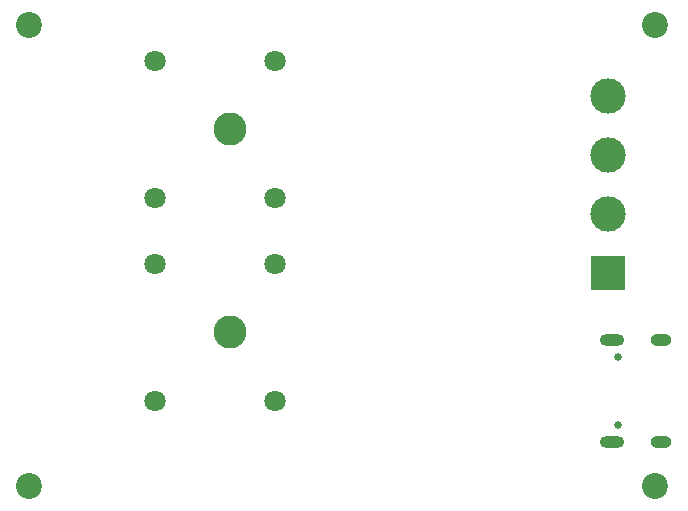
<source format=gbr>
%TF.GenerationSoftware,KiCad,Pcbnew,8.0.6*%
%TF.CreationDate,2024-12-31T11:44:45-06:00*%
%TF.ProjectId,USBCpwr,55534243-7077-4722-9e6b-696361645f70,rev?*%
%TF.SameCoordinates,Original*%
%TF.FileFunction,Soldermask,Bot*%
%TF.FilePolarity,Negative*%
%FSLAX46Y46*%
G04 Gerber Fmt 4.6, Leading zero omitted, Abs format (unit mm)*
G04 Created by KiCad (PCBNEW 8.0.6) date 2024-12-31 11:44:45*
%MOMM*%
%LPD*%
G01*
G04 APERTURE LIST*
%ADD10C,1.800000*%
%ADD11C,2.800000*%
%ADD12C,0.650000*%
%ADD13O,2.100000X1.000000*%
%ADD14O,1.800000X1.000000*%
%ADD15C,2.200000*%
%ADD16R,3.000000X3.000000*%
%ADD17C,3.000000*%
G04 APERTURE END LIST*
D10*
%TO.C,J5*%
X97640000Y-56200000D03*
X97640000Y-67800000D03*
X107800000Y-56200000D03*
X107800000Y-67800000D03*
D11*
X104000000Y-62000000D03*
%TD*%
D12*
%TO.C,J1*%
X136812500Y-69890000D03*
X136812500Y-64110000D03*
D13*
X136312500Y-71320000D03*
D14*
X140462500Y-71320000D03*
D13*
X136312500Y-62680000D03*
D14*
X140462500Y-62680000D03*
%TD*%
D10*
%TO.C,J4*%
X97640000Y-39000000D03*
X97640000Y-50600000D03*
X107800000Y-39000000D03*
X107800000Y-50600000D03*
D11*
X104000000Y-44800000D03*
%TD*%
D15*
%TO.C,H4*%
X87000000Y-75000000D03*
%TD*%
%TO.C,H3*%
X140000000Y-75000000D03*
%TD*%
D16*
%TO.C,J3*%
X136000000Y-57000000D03*
D17*
X136000000Y-52000000D03*
X136000000Y-47000000D03*
X136000000Y-42000000D03*
%TD*%
D15*
%TO.C,H2*%
X140000000Y-36000000D03*
%TD*%
%TO.C,H1*%
X87000000Y-36000000D03*
%TD*%
M02*

</source>
